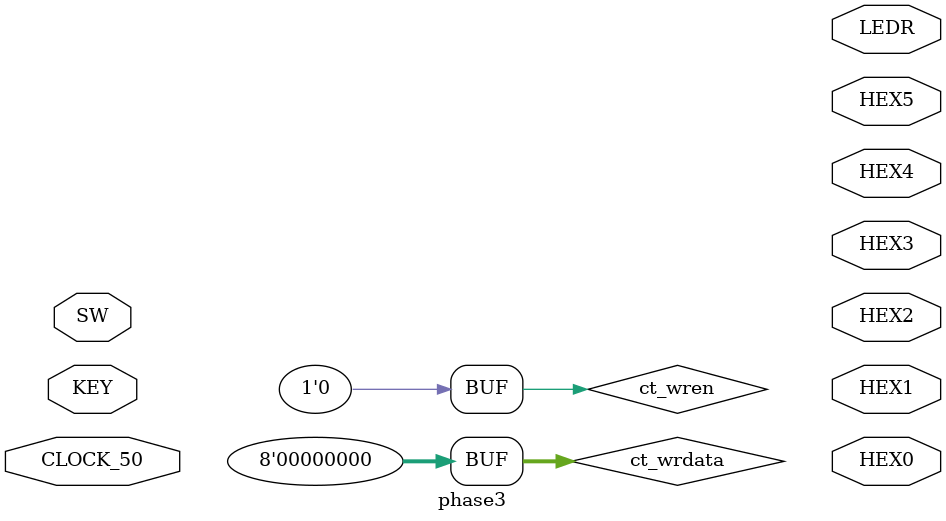
<source format=sv>
module phase3(input logic CLOCK_50, input logic [3:0] KEY, input logic [9:0] SW,
             output logic [6:0] HEX0, output logic [6:0] HEX1, output logic [6:0] HEX2,
             output logic [6:0] HEX3, output logic [6:0] HEX4, output logic [6:0] HEX5,
             output logic [9:0] LEDR);

    logic [7:0] ct_addr, pt_addr; 
    logic [7:0] pt_wrdata;
    logic [7:0] ct_rddata, pt_rddata; 
    logic pt_wren; 

    logic en, rdy; 

    logic ct_wren; 
    logic [7:0] ct_wrdata; 
    assign ct_wren = 1'b0; 
    assign ct_wrdata = 8'b0; 

    enum {WAIT, ENABLE, UNENABLE} state; 

    always_ff @(posedge CLOCK_50) begin
        if(!KEY[3]) state <= WAIT; 
        else begin
            case(state)
            WAIT: begin
                en <= 1'b0;
                if(rdy == 1'b1) begin
                    en <= 1'b1; 
                    state <= UNENABLE;
                end
            end
            UNENABLE: begin
                en <= 1'b0;
            end
            endcase
        end
    end

    pt_mem pt(pt_addr, CLOCK_50, pt_wrdata, pt_wren, pt_rddata);
    ct_mem ct(ct_addr, CLOCK_50, ct_wrdata, ct_wren, ct_rddata);
    arc4 a4(CLOCK_50, KEY[3],
            en, rdy,
            {14'b0, SW}, 
            ct_addr, ct_rddata,
            pt_addr, pt_rddata, pt_wrdata, pt_wren);


endmodule: phase3

</source>
